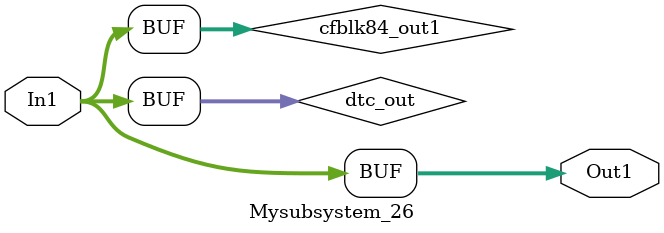
<source format=v>



`timescale 1 ns / 1 ns

module Mysubsystem_26
          (In1,
           Out1);


  input   [7:0] In1;  // uint8
  output  [7:0] Out1;  // uint8


  wire [7:0] dtc_out;  // ufix8
  wire [7:0] cfblk84_out1;  // uint8


  assign dtc_out = In1;



  assign cfblk84_out1 = dtc_out;



  assign Out1 = cfblk84_out1;

endmodule  // Mysubsystem_26


</source>
